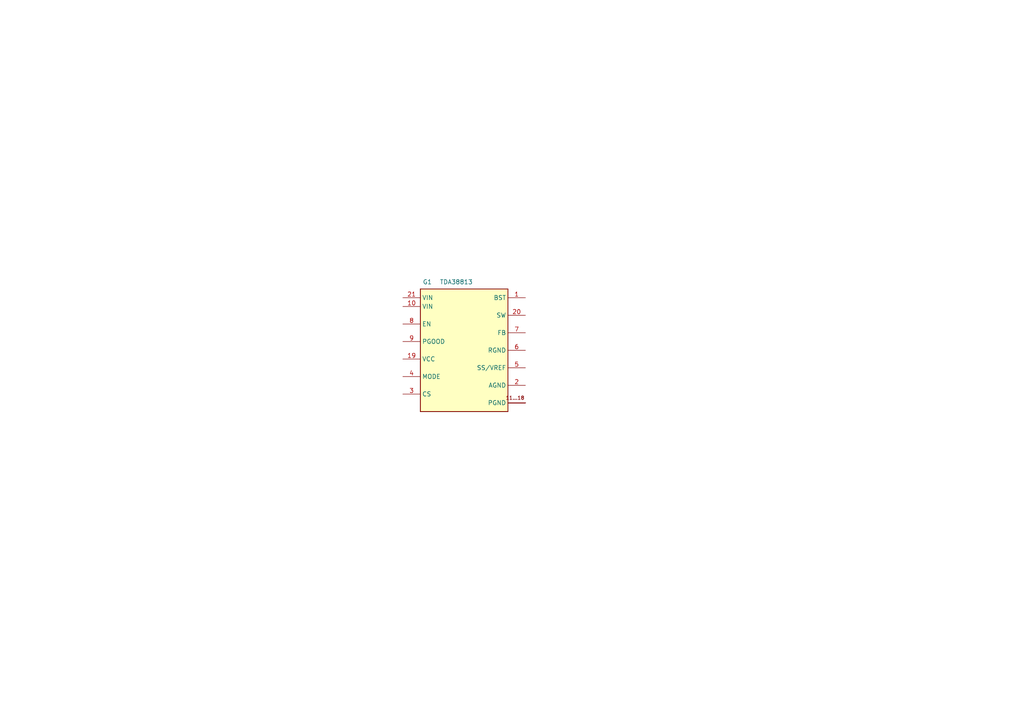
<source format=kicad_sch>
(kicad_sch (version 20231120) (generator "eeschema") (generator_version "8.0")
  (paper "A4")
  (lib_symbols
    (symbol "TDA38813:TDA38813"
      (property "Reference" "G?" (at 0 0 0))
      (property "Value" "TDA38813" (at 0 -38.1 0))
      (symbol "TDA38813_1_0"
        (rectangle (start 25.4 0) (end 0 -35.56) (stroke (width 0.254)) (fill (type background)))
        (text "11...18" (at 30.226 -30.988 0) (effects (font (size 1.016 1.016)) (justify right top)))
        (pin input line (at 30.48 -2.54 180) (length 5.08) (name "BST") (number "1"))
        (pin input line (at -5.08 -5.08 0) (length 5.08) (name "VIN") (number "10"))
        (pin power_in line (at 30.48 -33.02 180) (length 5.08) (name "PGND") (number "11"))
        (pin power_in line (at 30.48 -33.02 180) (length 5.08) (name "PGND") (number "12"))
        (pin power_in line (at 30.48 -33.02 180) (length 5.08) (name "PGND") (number "13"))
        (pin power_in line (at 30.48 -33.02 180) (length 5.08) (name "PGND") (number "14"))
        (pin power_in line (at 30.48 -33.02 180) (length 5.08) (name "PGND") (number "15"))
        (pin power_in line (at 30.48 -33.02 180) (length 5.08) (name "PGND") (number "16"))
        (pin power_in line (at 30.48 -33.02 180) (length 5.08) (name "PGND") (number "17"))
        (pin power_in line (at 30.48 -33.02 180) (length 5.08) (name "PGND") (number "18"))
        (pin bidirectional line (at -5.08 -20.32 0) (length 5.08) (name "VCC") (number "19"))
        (pin power_in line (at 30.48 -27.94 180) (length 5.08) (name "AGND") (number "2"))
        (pin output line (at 30.48 -7.62 180) (length 5.08) (name "SW") (number "20"))
        (pin input line (at -5.08 -2.54 0) (length 5.08) (name "VIN") (number "21"))
        (pin input line (at -5.08 -30.48 0) (length 5.08) (name "CS") (number "3"))
        (pin input line (at -5.08 -25.4 0) (length 5.08) (name "MODE") (number "4"))
        (pin input line (at 30.48 -22.86 180) (length 5.08) (name "SS/VREF") (number "5"))
        (pin power_in line (at 30.48 -17.78 180) (length 5.08) (name "RGND") (number "6"))
        (pin input line (at 30.48 -12.7 180) (length 5.08) (name "FB") (number "7"))
        (pin input line (at -5.08 -10.16 0) (length 5.08) (name "EN") (number "8"))
        (pin open_collector line (at -5.08 -15.24 0) (length 5.08) (name "PGOOD") (number "9"))
      )
    )
  )
  (symbol (lib_id "TDA38813:TDA38813") (at 121.92 83.82 0) (unit 1)
    (property "Reference" "G1" (at 123.952 81.788 0))
    (property "Value" "TDA38813" (at 132.334 81.788 0))
    (property "Footprint" "TDA38813:IFX-PG-QFN-21-V" (effects (hide yes)))
    (property "Datasheet" "https://www.infineon.com/cms/en/product/power/dc-dc-converters/integrated-pol-voltage-regulators/tda38813/#!designsupport" (effects (hide yes)))
    (property "Description" "Synchronous Buck Regulator" (effects (hide yes)))
  )
)
</source>
